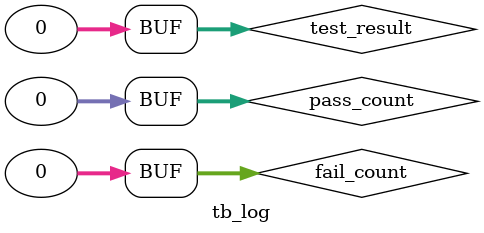
<source format=v>


module
  tb_log
  #(
    parameter RESULTS_FILE_NAME = "test_result.txt"
  )
  ( );


  // --------------------------------------------------------------------
  integer test_result = 0;

  task open_result_file;
    begin

      test_result = $fopen( RESULTS_FILE_NAME, "w" );

      if( test_result == 0 )
        begin
          $display( "-!- %16.t | %m: ERROR!!! Failed to open log file, test_result.txt", $time );
          $finish;
        end

    end
  endtask


  // --------------------------------------------------------------------
  integer fail_count = 0;

  task inc_fail_count;
    begin

      fail_count = fail_count + 1;

    end
  endtask


  // --------------------------------------------------------------------
  integer pass_count = 0;

  task inc_pass_count;
    begin

      pass_count = pass_count + 1;

    end
  endtask


  // --------------------------------------------------------------------
  task test_passes;
    begin

      $fdisplay( test_result, "PASS" );
      
      $display( "-!- %16.t | ", $time );
      $display( "-!- %16.t | pass_count = %d", $time, pass_count );
      $display( "-!- %16.t | ", $time );

      $display( "-#- %16.t | ######     #     #####   ##### ", $time );
      $display( "-#- %16.t | #     #   # #   #     # #     #", $time );
      $display( "-#- %16.t | #     #  #   #  #       #      ", $time );
      $display( "-#- %16.t | ######  #     #  #####   ##### ", $time );
      $display( "-#- %16.t | #       #######       #       #", $time );
      $display( "-#- %16.t | #       #     # #     # #     #", $time );
      $display( "-#- %16.t | #       #     #  #####   ##### ", $time );

    end
  endtask


  // --------------------------------------------------------------------
  task test_fails;
    begin

      $fdisplay( test_result, "FAIL" );

      $display( "-!- %16.t | ", $time );
      $display( "-!- %16.t | fail_count = %d", $time, fail_count );
      $display( "-!- %16.t | pass_count = %d", $time, pass_count );
      $display( "-!- %16.t | ", $time );

      $display( "-#- %16.t | #######    #    ### #      ", $time );
      $display( "-#- %16.t | #         # #    #  #      ", $time );
      $display( "-#- %16.t | #        #   #   #  #      ", $time );
      $display( "-#- %16.t | #####   #     #  #  #      ", $time );
      $display( "-#- %16.t | #       #######  #  #      ", $time );
      $display( "-#- %16.t | #       #     #  #  #      ", $time );
      $display( "-#- %16.t | #       #     # ### #######", $time );

    end
  endtask


  // --------------------------------------------------------------------
  task log_fail_count;
    begin

      open_result_file();

      $display( "-#- %16.t | ", $time );

      if( (fail_count == 0) & (pass_count != 0) )
        test_passes();
      else
        test_fails();

      $fclose(test_result);

    end
  endtask


endmodule


</source>
